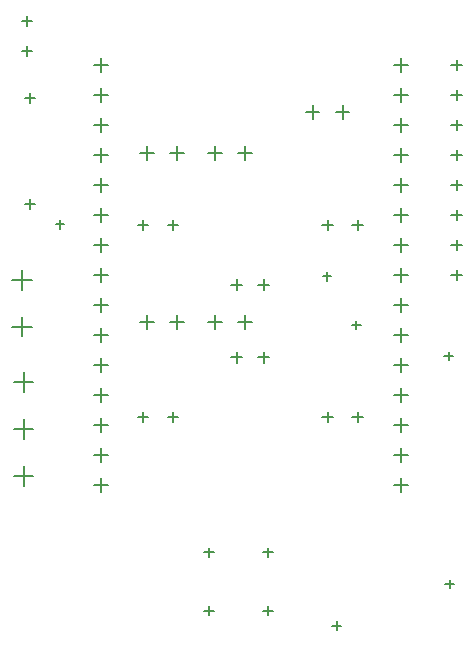
<source format=gbr>
G04*
G04 #@! TF.GenerationSoftware,Altium Limited,Altium Designer,25.4.2 (15)*
G04*
G04 Layer_Color=128*
%FSLAX44Y44*%
%MOMM*%
G71*
G04*
G04 #@! TF.SameCoordinates,3DD580B5-EB9C-4BB7-A259-C10CE48ABDDF*
G04*
G04*
G04 #@! TF.FilePolarity,Positive*
G04*
G01*
G75*
%ADD51C,0.1270*%
D51*
X222700Y418000D02*
X234300D01*
X228500Y412200D02*
Y423800D01*
X197300Y418000D02*
X208900D01*
X203100Y412200D02*
Y423800D01*
X164650Y418000D02*
X176250D01*
X170450Y412200D02*
Y423800D01*
X139250Y418000D02*
X150850D01*
X145050Y412200D02*
Y423800D01*
X222700Y274600D02*
X234300D01*
X228500Y268800D02*
Y280400D01*
X197300Y274600D02*
X208900D01*
X203100Y268800D02*
Y280400D01*
X164650Y274600D02*
X176250D01*
X170450Y268800D02*
Y280400D01*
X139250Y274600D02*
X150850D01*
X145050Y268800D02*
Y280400D01*
X305050Y452400D02*
X316650D01*
X310850Y446600D02*
Y458200D01*
X279650Y452400D02*
X291250D01*
X285450Y446600D02*
Y458200D01*
X243750Y30500D02*
X251750D01*
X247750Y26500D02*
Y34500D01*
X193750Y30500D02*
X201750D01*
X197750Y26500D02*
Y34500D01*
X243750Y79750D02*
X251750D01*
X247750Y75750D02*
Y83750D01*
X193750Y79750D02*
X201750D01*
X197750Y75750D02*
Y83750D01*
X100700Y136700D02*
X112300D01*
X106500Y130900D02*
Y142500D01*
X100700Y162100D02*
X112300D01*
X106500Y156300D02*
Y167900D01*
X100700Y187500D02*
X112300D01*
X106500Y181700D02*
Y193300D01*
X100700Y238300D02*
X112300D01*
X106500Y232500D02*
Y244100D01*
X100700Y263700D02*
X112300D01*
X106500Y257900D02*
Y269500D01*
X100700Y289100D02*
X112300D01*
X106500Y283300D02*
Y294900D01*
X100700Y314500D02*
X112300D01*
X106500Y308700D02*
Y320300D01*
X100700Y339900D02*
X112300D01*
X106500Y334100D02*
Y345700D01*
X100700Y365300D02*
X112300D01*
X106500Y359500D02*
Y371100D01*
X100700Y390700D02*
X112300D01*
X106500Y384900D02*
Y396500D01*
X100700Y416100D02*
X112300D01*
X106500Y410300D02*
Y421900D01*
X100700Y441500D02*
X112300D01*
X106500Y435700D02*
Y447300D01*
X100700Y466900D02*
X112300D01*
X106500Y461100D02*
Y472700D01*
X100700Y492300D02*
X112300D01*
X106500Y486500D02*
Y498100D01*
X100700Y212900D02*
X112300D01*
X106500Y207100D02*
Y218700D01*
X354700Y162100D02*
X366300D01*
X360500Y156300D02*
Y167900D01*
X354700Y136700D02*
X366300D01*
X360500Y130900D02*
Y142500D01*
X354700Y187500D02*
X366300D01*
X360500Y181700D02*
Y193300D01*
X354700Y212900D02*
X366300D01*
X360500Y207100D02*
Y218700D01*
X354700Y238300D02*
X366300D01*
X360500Y232500D02*
Y244100D01*
X354700Y263700D02*
X366300D01*
X360500Y257900D02*
Y269500D01*
X354700Y289100D02*
X366300D01*
X360500Y283300D02*
Y294900D01*
X354700Y314500D02*
X366300D01*
X360500Y308700D02*
Y320300D01*
X354700Y339900D02*
X366300D01*
X360500Y334100D02*
Y345700D01*
X354700Y365300D02*
X366300D01*
X360500Y359500D02*
Y371100D01*
X354700Y390700D02*
X366300D01*
X360500Y384900D02*
Y396500D01*
X354700Y416100D02*
X366300D01*
X360500Y410300D02*
Y421900D01*
X354700Y441500D02*
X366300D01*
X360500Y435700D02*
Y447300D01*
X354700Y466900D02*
X366300D01*
X360500Y461100D02*
Y472700D01*
X354700Y492300D02*
X366300D01*
X360500Y486500D02*
Y498100D01*
X216750Y306550D02*
X225750D01*
X221250Y302050D02*
Y311050D01*
X216750Y245000D02*
X225750D01*
X221250Y240500D02*
Y249500D01*
X403000Y314500D02*
X412000D01*
X407500Y310000D02*
Y319000D01*
X403000Y339900D02*
X412000D01*
X407500Y335400D02*
Y344400D01*
X403000Y365300D02*
X412000D01*
X407500Y360800D02*
Y369800D01*
X403000Y390700D02*
X412000D01*
X407500Y386200D02*
Y395200D01*
X403000Y416100D02*
X412000D01*
X407500Y411600D02*
Y420600D01*
X403000Y441500D02*
X412000D01*
X407500Y437000D02*
Y446000D01*
X403000Y466900D02*
X412000D01*
X407500Y462400D02*
Y471400D01*
X403000Y492300D02*
X412000D01*
X407500Y487800D02*
Y496800D01*
X137250Y357060D02*
X146250D01*
X141750Y352560D02*
Y361560D01*
X162650Y357060D02*
X171650D01*
X167150Y352560D02*
Y361560D01*
X239500Y245000D02*
X248500D01*
X244000Y240500D02*
Y249500D01*
X239500Y306550D02*
X248500D01*
X244000Y302050D02*
Y311050D01*
X319000Y194500D02*
X328000D01*
X323500Y190000D02*
Y199000D01*
X293600Y194500D02*
X302600D01*
X298100Y190000D02*
Y199000D01*
X293600Y357060D02*
X302600D01*
X298100Y352560D02*
Y361560D01*
X319000Y357060D02*
X328000D01*
X323500Y352560D02*
Y361560D01*
X162650Y194500D02*
X171650D01*
X167150Y190000D02*
Y199000D01*
X137250Y194500D02*
X146250D01*
X141750Y190000D02*
Y199000D01*
X32500Y223850D02*
X49000D01*
X40750Y215600D02*
Y232100D01*
X32500Y184250D02*
X49000D01*
X40750Y176000D02*
Y192500D01*
X32500Y144650D02*
X49000D01*
X40750Y136400D02*
Y152900D01*
X31000Y310500D02*
X47500D01*
X39250Y302250D02*
Y318750D01*
X31000Y270900D02*
X47500D01*
X39250Y262650D02*
Y279150D01*
X39250Y529701D02*
X48250D01*
X43750Y525201D02*
Y534201D01*
X39250Y504300D02*
X48250D01*
X43750Y499800D02*
Y508800D01*
X42000Y374750D02*
X50500D01*
X46250Y370500D02*
Y379000D01*
X42000Y464750D02*
X50500D01*
X46250Y460500D02*
Y469000D01*
X68194Y357500D02*
X75306D01*
X71750Y353944D02*
Y361056D01*
X318944Y272500D02*
X326056D01*
X322500Y268944D02*
Y276056D01*
X397944Y53000D02*
X405056D01*
X401500Y49444D02*
Y56556D01*
X293944Y313500D02*
X301056D01*
X297500Y309944D02*
Y317056D01*
X302194Y17750D02*
X309306D01*
X305750Y14194D02*
Y21306D01*
X397070Y246080D02*
X404182D01*
X400626Y242524D02*
Y249636D01*
M02*

</source>
